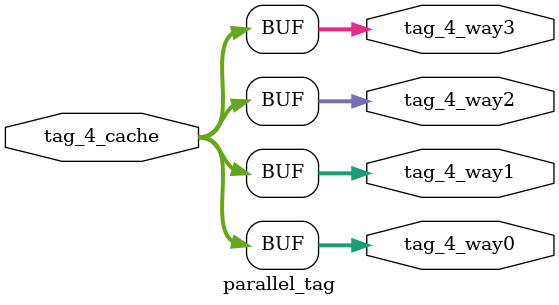
<source format=sv>
module parallel_tag(
    input logic [22:0] tag_4_cache,
    output logic [22:0] tag_4_way0,
    output logic [22:0] tag_4_way1,
    output logic [22:0] tag_4_way2,
    output logic [22:0] tag_4_way3
);

    always_comb begin
        tag_4_way0 = tag_4_cache;
        tag_4_way1 = tag_4_cache;
        tag_4_way2 = tag_4_cache;
        tag_4_way3 = tag_4_cache;
    end

endmodule : parallel_tag
</source>
